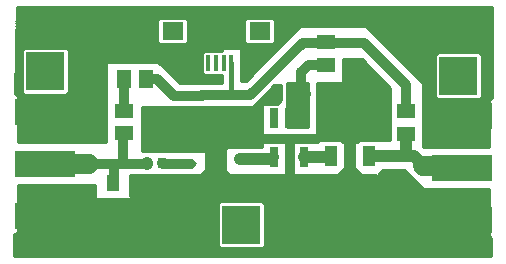
<source format=gtl>
G75*
%MOIN*%
%OFA0B0*%
%FSLAX25Y25*%
%IPPOS*%
%LPD*%
%AMOC8*
5,1,8,0,0,1.08239X$1,22.5*
%
%ADD10R,0.02756X0.03543*%
%ADD11R,0.03543X0.02756*%
%ADD12R,0.03937X0.05512*%
%ADD13R,0.02402X0.04902*%
%ADD14R,0.04094X0.07087*%
%ADD15R,0.05118X0.05906*%
%ADD16R,0.05906X0.05118*%
%ADD17R,0.07087X0.05906*%
%ADD18R,0.01575X0.05512*%
%ADD19R,0.03110X0.06614*%
%ADD20R,0.08110X0.06614*%
%ADD21R,0.03110X0.08307*%
%ADD22R,0.02362X0.03150*%
%ADD23R,0.03150X0.03543*%
%ADD24R,0.20000X0.09000*%
%ADD25C,0.01000*%
%ADD26C,0.03969*%
%ADD27C,0.06600*%
%ADD28C,0.03200*%
%ADD29C,0.04000*%
%ADD30C,0.02400*%
%ADD31C,0.01600*%
%ADD32C,0.01200*%
%ADD33R,0.12661X0.12661*%
D10*
X0082798Y0038491D03*
X0087916Y0038491D03*
X0135672Y0061522D03*
X0140790Y0061522D03*
D11*
X0101144Y0061129D03*
X0101144Y0056010D03*
D12*
X0071498Y0031837D03*
X0067758Y0023176D03*
X0075239Y0023176D03*
D13*
X0150435Y0037605D03*
X0150435Y0044810D03*
D14*
X0144018Y0040853D03*
X0156853Y0040853D03*
D15*
X0082561Y0066562D03*
X0075081Y0066562D03*
D16*
X0075160Y0055932D03*
X0075160Y0048451D03*
X0142483Y0071325D03*
X0142483Y0078806D03*
X0169057Y0055814D03*
X0169057Y0048333D03*
D17*
X0120294Y0082625D03*
X0091286Y0082625D03*
D18*
X0100672Y0071995D03*
X0103231Y0071995D03*
X0105790Y0071995D03*
X0108349Y0071995D03*
X0110908Y0071995D03*
D19*
X0125002Y0053609D03*
X0125002Y0040617D03*
X0135239Y0040617D03*
D20*
X0132876Y0053609D03*
D21*
X0130120Y0042231D03*
D22*
G36*
X0113428Y0038126D02*
X0111758Y0039796D01*
X0113984Y0042022D01*
X0115654Y0040352D01*
X0113428Y0038126D01*
G37*
G36*
X0097837Y0040352D02*
X0099507Y0038682D01*
X0097281Y0036456D01*
X0095611Y0038126D01*
X0097837Y0040352D01*
G37*
G36*
X0104519Y0029218D02*
X0102849Y0030888D01*
X0105075Y0033114D01*
X0106745Y0031444D01*
X0104519Y0029218D01*
G37*
D23*
G36*
X0104102Y0047450D02*
X0106329Y0049677D01*
X0108832Y0047174D01*
X0106605Y0044947D01*
X0104102Y0047450D01*
G37*
D24*
X0048606Y0055733D03*
X0048606Y0038333D03*
X0048606Y0020933D03*
X0187934Y0019477D03*
X0187934Y0036877D03*
X0187934Y0054277D03*
D25*
X0038287Y0015033D02*
X0038287Y0007523D01*
X0197601Y0007523D01*
X0197601Y0013577D01*
X0197495Y0013577D01*
X0196734Y0014338D01*
X0196734Y0029829D01*
X0174766Y0029829D01*
X0168467Y0036129D01*
X0161380Y0036129D01*
X0159806Y0034554D01*
X0159806Y0027467D01*
X0159018Y0026680D01*
X0065317Y0026680D01*
X0065317Y0031404D01*
X0039806Y0031404D01*
X0039806Y0015795D01*
X0039045Y0015033D01*
X0038287Y0015033D01*
X0038287Y0014195D02*
X0106306Y0014195D01*
X0106306Y0013197D02*
X0038287Y0013197D01*
X0038287Y0012198D02*
X0106306Y0012198D01*
X0106306Y0011200D02*
X0038287Y0011200D01*
X0038287Y0010201D02*
X0107170Y0010201D01*
X0107184Y0010188D02*
X0121088Y0010188D01*
X0121967Y0011066D01*
X0121967Y0024970D01*
X0121088Y0025849D01*
X0107184Y0025849D01*
X0106306Y0024970D01*
X0106306Y0011066D01*
X0107184Y0010188D01*
X0106306Y0015194D02*
X0039205Y0015194D01*
X0039806Y0016192D02*
X0106306Y0016192D01*
X0106306Y0017191D02*
X0039806Y0017191D01*
X0039806Y0018189D02*
X0106306Y0018189D01*
X0106306Y0019188D02*
X0039806Y0019188D01*
X0039806Y0020187D02*
X0106306Y0020187D01*
X0106306Y0021185D02*
X0039806Y0021185D01*
X0039806Y0022184D02*
X0106306Y0022184D01*
X0106306Y0023182D02*
X0039806Y0023182D01*
X0039806Y0024181D02*
X0106306Y0024181D01*
X0106514Y0025179D02*
X0039806Y0025179D01*
X0039806Y0026178D02*
X0196734Y0026178D01*
X0196734Y0027176D02*
X0159514Y0027176D01*
X0159018Y0027467D02*
X0077128Y0027467D01*
X0077128Y0034554D01*
X0100750Y0034554D01*
X0102325Y0036129D01*
X0102325Y0042428D01*
X0081065Y0042428D01*
X0081065Y0057388D01*
X0117286Y0057388D01*
X0117286Y0044003D01*
X0109412Y0044003D01*
X0108624Y0043215D01*
X0108624Y0036129D01*
X0110199Y0034554D01*
X0146420Y0034554D01*
X0148782Y0036916D01*
X0151931Y0036916D01*
X0154294Y0034554D01*
X0159018Y0034554D01*
X0159018Y0027467D01*
X0159018Y0028175D02*
X0077128Y0028175D01*
X0077128Y0029173D02*
X0159018Y0029173D01*
X0159806Y0029173D02*
X0196734Y0029173D01*
X0196734Y0028175D02*
X0159806Y0028175D01*
X0159806Y0030172D02*
X0174424Y0030172D01*
X0173425Y0031170D02*
X0159806Y0031170D01*
X0159018Y0031170D02*
X0077128Y0031170D01*
X0077128Y0030172D02*
X0159018Y0030172D01*
X0159018Y0032169D02*
X0077128Y0032169D01*
X0077128Y0033167D02*
X0159018Y0033167D01*
X0159806Y0033167D02*
X0171428Y0033167D01*
X0170430Y0034166D02*
X0159806Y0034166D01*
X0159018Y0034166D02*
X0077128Y0034166D01*
X0065317Y0031170D02*
X0039806Y0031170D01*
X0039806Y0030172D02*
X0065317Y0030172D01*
X0065317Y0029173D02*
X0039806Y0029173D01*
X0039806Y0028175D02*
X0065317Y0028175D01*
X0065317Y0027176D02*
X0039806Y0027176D01*
X0081065Y0043152D02*
X0108624Y0043152D01*
X0108624Y0042154D02*
X0102325Y0042154D01*
X0102325Y0041155D02*
X0108624Y0041155D01*
X0108624Y0040157D02*
X0102325Y0040157D01*
X0102325Y0039158D02*
X0108624Y0039158D01*
X0108624Y0038160D02*
X0102325Y0038160D01*
X0102325Y0037161D02*
X0108624Y0037161D01*
X0108624Y0036163D02*
X0102325Y0036163D01*
X0101361Y0035164D02*
X0109589Y0035164D01*
X0129097Y0035341D02*
X0129097Y0045577D01*
X0121223Y0045577D01*
X0121223Y0044003D01*
X0117286Y0044003D01*
X0117286Y0056601D01*
X0125160Y0064475D01*
X0127522Y0064475D01*
X0127522Y0059751D01*
X0125987Y0058216D01*
X0122909Y0058216D01*
X0122869Y0058176D01*
X0121223Y0058176D01*
X0121223Y0047940D01*
X0139333Y0047940D01*
X0139333Y0058963D01*
X0147994Y0058963D01*
X0147994Y0046365D01*
X0140120Y0046365D01*
X0139333Y0045577D01*
X0131459Y0045577D01*
X0131459Y0035341D01*
X0129097Y0035341D01*
X0129097Y0036163D02*
X0131459Y0036163D01*
X0131459Y0037161D02*
X0129097Y0037161D01*
X0129097Y0038160D02*
X0131459Y0038160D01*
X0131459Y0039158D02*
X0129097Y0039158D01*
X0129097Y0040157D02*
X0131459Y0040157D01*
X0131459Y0041155D02*
X0129097Y0041155D01*
X0129097Y0042154D02*
X0131459Y0042154D01*
X0131459Y0043152D02*
X0129097Y0043152D01*
X0129097Y0044151D02*
X0131459Y0044151D01*
X0131459Y0045149D02*
X0129097Y0045149D01*
X0121223Y0045149D02*
X0117286Y0045149D01*
X0081065Y0045149D01*
X0081065Y0044151D02*
X0117286Y0044151D01*
X0121223Y0044151D01*
X0117286Y0046148D02*
X0081065Y0046148D01*
X0081065Y0047146D02*
X0117286Y0047146D01*
X0147994Y0047146D01*
X0147994Y0048145D02*
X0139333Y0048145D01*
X0139333Y0049143D02*
X0147994Y0049143D01*
X0145427Y0048145D02*
X0163743Y0048145D01*
X0163743Y0049143D02*
X0144429Y0049143D01*
X0143430Y0050142D02*
X0163743Y0050142D01*
X0163743Y0051140D02*
X0142432Y0051140D01*
X0141433Y0052139D02*
X0163743Y0052139D01*
X0163743Y0053137D02*
X0140435Y0053137D01*
X0139333Y0053137D02*
X0147994Y0053137D01*
X0147994Y0052139D02*
X0139333Y0052139D01*
X0139333Y0051140D02*
X0147994Y0051140D01*
X0147994Y0050142D02*
X0139333Y0050142D01*
X0136577Y0050696D02*
X0136577Y0065262D01*
X0129522Y0065262D01*
X0129522Y0058922D01*
X0129491Y0058891D01*
X0129491Y0050696D01*
X0136577Y0050696D01*
X0136577Y0051140D02*
X0129491Y0051140D01*
X0129491Y0052139D02*
X0136577Y0052139D01*
X0136577Y0053137D02*
X0129491Y0053137D01*
X0129491Y0054136D02*
X0136577Y0054136D01*
X0136577Y0055134D02*
X0129491Y0055134D01*
X0129491Y0056133D02*
X0136577Y0056133D01*
X0136577Y0057131D02*
X0129491Y0057131D01*
X0129491Y0058130D02*
X0136577Y0058130D01*
X0136577Y0059128D02*
X0129522Y0059128D01*
X0129522Y0060127D02*
X0136577Y0060127D01*
X0136577Y0061125D02*
X0129522Y0061125D01*
X0129522Y0062124D02*
X0136577Y0062124D01*
X0136577Y0063122D02*
X0129522Y0063122D01*
X0127522Y0063122D02*
X0123807Y0063122D01*
X0122809Y0062124D02*
X0127522Y0062124D01*
X0127522Y0061125D02*
X0121810Y0061125D01*
X0120812Y0060127D02*
X0127522Y0060127D01*
X0126900Y0059128D02*
X0119813Y0059128D01*
X0118815Y0058130D02*
X0121223Y0058130D01*
X0121223Y0057131D02*
X0117816Y0057131D01*
X0117286Y0057131D02*
X0081065Y0057131D01*
X0081065Y0056133D02*
X0117286Y0056133D01*
X0121223Y0056133D01*
X0121223Y0055134D02*
X0117286Y0055134D01*
X0081065Y0055134D01*
X0081065Y0054136D02*
X0117286Y0054136D01*
X0121223Y0054136D01*
X0121223Y0053137D02*
X0117286Y0053137D01*
X0081065Y0053137D01*
X0081065Y0052139D02*
X0117286Y0052139D01*
X0121223Y0052139D01*
X0121223Y0051140D02*
X0117286Y0051140D01*
X0081065Y0051140D01*
X0081065Y0050142D02*
X0117286Y0050142D01*
X0121223Y0050142D01*
X0121223Y0049143D02*
X0117286Y0049143D01*
X0081065Y0049143D01*
X0081065Y0048145D02*
X0117286Y0048145D01*
X0121223Y0048145D01*
X0117286Y0046148D02*
X0139903Y0046148D01*
X0146426Y0047146D02*
X0163743Y0047146D01*
X0163743Y0046365D02*
X0153506Y0046365D01*
X0152719Y0045577D01*
X0147994Y0045577D01*
X0139333Y0054239D01*
X0139333Y0065262D01*
X0147994Y0065262D01*
X0147994Y0073136D01*
X0154294Y0073136D01*
X0163743Y0063688D01*
X0163743Y0046365D01*
X0174766Y0046148D02*
X0196734Y0046148D01*
X0196734Y0047146D02*
X0174766Y0047146D01*
X0174766Y0048145D02*
X0196734Y0048145D01*
X0196734Y0049143D02*
X0174766Y0049143D01*
X0174766Y0050142D02*
X0196734Y0050142D01*
X0196734Y0051140D02*
X0174766Y0051140D01*
X0174766Y0052139D02*
X0196734Y0052139D01*
X0196734Y0053137D02*
X0174766Y0053137D01*
X0174766Y0054136D02*
X0196734Y0054136D01*
X0196734Y0055134D02*
X0174766Y0055134D01*
X0174766Y0056133D02*
X0196734Y0056133D01*
X0196734Y0057131D02*
X0174766Y0057131D01*
X0174766Y0058130D02*
X0196734Y0058130D01*
X0196734Y0059128D02*
X0174766Y0059128D01*
X0174766Y0060127D02*
X0179292Y0060127D01*
X0179625Y0059794D02*
X0193529Y0059794D01*
X0194408Y0060673D01*
X0194408Y0074577D01*
X0193529Y0075455D01*
X0179625Y0075455D01*
X0178746Y0074577D01*
X0178746Y0060673D01*
X0179625Y0059794D01*
X0178746Y0061125D02*
X0174766Y0061125D01*
X0174766Y0062124D02*
X0178746Y0062124D01*
X0178746Y0063122D02*
X0174766Y0063122D01*
X0174766Y0064121D02*
X0178746Y0064121D01*
X0178746Y0065120D02*
X0174766Y0065120D01*
X0174766Y0065262D02*
X0155869Y0084160D01*
X0133821Y0084160D01*
X0115711Y0066050D01*
X0114136Y0066050D01*
X0114136Y0077073D01*
X0107837Y0077073D01*
X0107837Y0076051D01*
X0101905Y0076051D01*
X0101143Y0075289D01*
X0101143Y0068700D01*
X0101905Y0067939D01*
X0107837Y0067939D01*
X0107837Y0065262D01*
X0093664Y0065262D01*
X0086577Y0072349D01*
X0069254Y0072349D01*
X0069254Y0045577D01*
X0039806Y0045577D01*
X0039806Y0060872D01*
X0039045Y0061633D01*
X0038827Y0061633D01*
X0039333Y0090459D01*
X0197860Y0090459D01*
X0197860Y0060177D01*
X0197495Y0060177D01*
X0196734Y0059415D01*
X0196734Y0044003D01*
X0174766Y0044003D01*
X0174766Y0065262D01*
X0173911Y0066118D02*
X0178746Y0066118D01*
X0178746Y0067117D02*
X0172912Y0067117D01*
X0171914Y0068115D02*
X0178746Y0068115D01*
X0178746Y0069114D02*
X0170915Y0069114D01*
X0169917Y0070112D02*
X0178746Y0070112D01*
X0178746Y0071111D02*
X0168918Y0071111D01*
X0167920Y0072109D02*
X0178746Y0072109D01*
X0178746Y0073108D02*
X0166921Y0073108D01*
X0165922Y0074106D02*
X0178746Y0074106D01*
X0179274Y0075105D02*
X0164924Y0075105D01*
X0163925Y0076103D02*
X0197860Y0076103D01*
X0197860Y0075105D02*
X0193880Y0075105D01*
X0194408Y0074106D02*
X0197860Y0074106D01*
X0197860Y0073108D02*
X0194408Y0073108D01*
X0194408Y0072109D02*
X0197860Y0072109D01*
X0197860Y0071111D02*
X0194408Y0071111D01*
X0194408Y0070112D02*
X0197860Y0070112D01*
X0197860Y0069114D02*
X0194408Y0069114D01*
X0194408Y0068115D02*
X0197860Y0068115D01*
X0197860Y0067117D02*
X0194408Y0067117D01*
X0194408Y0066118D02*
X0197860Y0066118D01*
X0197860Y0065120D02*
X0194408Y0065120D01*
X0194408Y0064121D02*
X0197860Y0064121D01*
X0197860Y0063122D02*
X0194408Y0063122D01*
X0194408Y0062124D02*
X0197860Y0062124D01*
X0197860Y0061125D02*
X0194408Y0061125D01*
X0193862Y0060127D02*
X0197446Y0060127D01*
X0163743Y0060127D02*
X0139333Y0060127D01*
X0139333Y0061125D02*
X0163743Y0061125D01*
X0163743Y0062124D02*
X0139333Y0062124D01*
X0139333Y0063122D02*
X0163743Y0063122D01*
X0163309Y0064121D02*
X0139333Y0064121D01*
X0139333Y0065120D02*
X0162311Y0065120D01*
X0161312Y0066118D02*
X0147994Y0066118D01*
X0147994Y0067117D02*
X0160314Y0067117D01*
X0159315Y0068115D02*
X0147994Y0068115D01*
X0147994Y0069114D02*
X0158317Y0069114D01*
X0157318Y0070112D02*
X0147994Y0070112D01*
X0147994Y0071111D02*
X0156320Y0071111D01*
X0155321Y0072109D02*
X0147994Y0072109D01*
X0147994Y0073108D02*
X0154323Y0073108D01*
X0162927Y0077102D02*
X0197860Y0077102D01*
X0197860Y0078100D02*
X0161928Y0078100D01*
X0160930Y0079099D02*
X0197860Y0079099D01*
X0197860Y0080097D02*
X0159931Y0080097D01*
X0158933Y0081096D02*
X0197860Y0081096D01*
X0197860Y0082094D02*
X0157934Y0082094D01*
X0156936Y0083093D02*
X0197860Y0083093D01*
X0197860Y0084091D02*
X0155937Y0084091D01*
X0133752Y0084091D02*
X0125337Y0084091D01*
X0125337Y0083093D02*
X0132754Y0083093D01*
X0131755Y0082094D02*
X0125337Y0082094D01*
X0125337Y0081096D02*
X0130757Y0081096D01*
X0129758Y0080097D02*
X0125337Y0080097D01*
X0125337Y0079099D02*
X0128760Y0079099D01*
X0127761Y0078100D02*
X0039116Y0078100D01*
X0039099Y0077102D02*
X0126763Y0077102D01*
X0125337Y0079051D02*
X0124458Y0078172D01*
X0116129Y0078172D01*
X0115250Y0079051D01*
X0115250Y0086199D01*
X0116129Y0087077D01*
X0124458Y0087077D01*
X0125337Y0086199D01*
X0125337Y0079051D01*
X0125764Y0076103D02*
X0114136Y0076103D01*
X0114136Y0075105D02*
X0124766Y0075105D01*
X0123767Y0074106D02*
X0114136Y0074106D01*
X0114136Y0073108D02*
X0122769Y0073108D01*
X0121770Y0072109D02*
X0114136Y0072109D01*
X0114136Y0071111D02*
X0120772Y0071111D01*
X0119773Y0070112D02*
X0114136Y0070112D01*
X0114136Y0069114D02*
X0118775Y0069114D01*
X0117776Y0068115D02*
X0114136Y0068115D01*
X0114136Y0067117D02*
X0116778Y0067117D01*
X0115779Y0066118D02*
X0114136Y0066118D01*
X0107837Y0066118D02*
X0092808Y0066118D01*
X0091810Y0067117D02*
X0107837Y0067117D01*
X0101729Y0068115D02*
X0090811Y0068115D01*
X0089813Y0069114D02*
X0101143Y0069114D01*
X0101143Y0070112D02*
X0088814Y0070112D01*
X0087816Y0071111D02*
X0101143Y0071111D01*
X0101143Y0072109D02*
X0086817Y0072109D01*
X0101143Y0073108D02*
X0056613Y0073108D01*
X0056613Y0074106D02*
X0101143Y0074106D01*
X0101143Y0075105D02*
X0056613Y0075105D01*
X0056613Y0076103D02*
X0107837Y0076103D01*
X0115250Y0079099D02*
X0096329Y0079099D01*
X0096329Y0079051D02*
X0096329Y0086199D01*
X0095450Y0087077D01*
X0087121Y0087077D01*
X0086243Y0086199D01*
X0086243Y0079051D01*
X0087121Y0078172D01*
X0095450Y0078172D01*
X0096329Y0079051D01*
X0096329Y0080097D02*
X0115250Y0080097D01*
X0115250Y0081096D02*
X0096329Y0081096D01*
X0096329Y0082094D02*
X0115250Y0082094D01*
X0115250Y0083093D02*
X0096329Y0083093D01*
X0096329Y0084091D02*
X0115250Y0084091D01*
X0115250Y0085090D02*
X0096329Y0085090D01*
X0096329Y0086088D02*
X0115250Y0086088D01*
X0125337Y0086088D02*
X0197860Y0086088D01*
X0197860Y0085090D02*
X0125337Y0085090D01*
X0086243Y0085090D02*
X0039239Y0085090D01*
X0039256Y0086088D02*
X0086243Y0086088D01*
X0086243Y0084091D02*
X0039221Y0084091D01*
X0039204Y0083093D02*
X0086243Y0083093D01*
X0086243Y0082094D02*
X0039186Y0082094D01*
X0039169Y0081096D02*
X0086243Y0081096D01*
X0086243Y0080097D02*
X0039151Y0080097D01*
X0039134Y0079099D02*
X0086243Y0079099D01*
X0069254Y0072109D02*
X0056613Y0072109D01*
X0056613Y0071111D02*
X0069254Y0071111D01*
X0069254Y0070112D02*
X0056613Y0070112D01*
X0056613Y0069114D02*
X0069254Y0069114D01*
X0069254Y0068115D02*
X0056613Y0068115D01*
X0056613Y0067117D02*
X0069254Y0067117D01*
X0069254Y0066118D02*
X0056613Y0066118D01*
X0056613Y0065120D02*
X0069254Y0065120D01*
X0069254Y0064121D02*
X0056613Y0064121D01*
X0056613Y0063122D02*
X0069254Y0063122D01*
X0069254Y0062124D02*
X0056489Y0062124D01*
X0056613Y0062247D02*
X0055734Y0061369D01*
X0041830Y0061369D01*
X0040951Y0062247D01*
X0040951Y0076152D01*
X0041830Y0077030D01*
X0055734Y0077030D01*
X0056613Y0076152D01*
X0056613Y0062247D01*
X0069254Y0061125D02*
X0039553Y0061125D01*
X0039806Y0060127D02*
X0069254Y0060127D01*
X0069254Y0059128D02*
X0039806Y0059128D01*
X0039806Y0058130D02*
X0069254Y0058130D01*
X0069254Y0057131D02*
X0039806Y0057131D01*
X0039806Y0056133D02*
X0069254Y0056133D01*
X0069254Y0055134D02*
X0039806Y0055134D01*
X0039806Y0054136D02*
X0069254Y0054136D01*
X0069254Y0053137D02*
X0039806Y0053137D01*
X0039806Y0052139D02*
X0069254Y0052139D01*
X0069254Y0051140D02*
X0039806Y0051140D01*
X0039806Y0050142D02*
X0069254Y0050142D01*
X0069254Y0049143D02*
X0039806Y0049143D01*
X0039806Y0048145D02*
X0069254Y0048145D01*
X0069254Y0047146D02*
X0039806Y0047146D01*
X0039806Y0046148D02*
X0069254Y0046148D01*
X0041075Y0062124D02*
X0038836Y0062124D01*
X0038853Y0063122D02*
X0040951Y0063122D01*
X0040951Y0064121D02*
X0038871Y0064121D01*
X0038889Y0065120D02*
X0040951Y0065120D01*
X0040951Y0066118D02*
X0038906Y0066118D01*
X0038924Y0067117D02*
X0040951Y0067117D01*
X0040951Y0068115D02*
X0038941Y0068115D01*
X0038959Y0069114D02*
X0040951Y0069114D01*
X0040951Y0070112D02*
X0038976Y0070112D01*
X0038994Y0071111D02*
X0040951Y0071111D01*
X0040951Y0072109D02*
X0039011Y0072109D01*
X0039029Y0073108D02*
X0040951Y0073108D01*
X0040951Y0074106D02*
X0039046Y0074106D01*
X0039064Y0075105D02*
X0040951Y0075105D01*
X0040951Y0076103D02*
X0039081Y0076103D01*
X0039274Y0087087D02*
X0197860Y0087087D01*
X0197860Y0088085D02*
X0039291Y0088085D01*
X0039309Y0089084D02*
X0197860Y0089084D01*
X0197860Y0090082D02*
X0039326Y0090082D01*
X0124806Y0064121D02*
X0127522Y0064121D01*
X0129522Y0064121D02*
X0136577Y0064121D01*
X0136577Y0065120D02*
X0129522Y0065120D01*
X0139333Y0059128D02*
X0163743Y0059128D01*
X0163743Y0058130D02*
X0139333Y0058130D01*
X0147994Y0058130D01*
X0147994Y0057131D02*
X0139333Y0057131D01*
X0163743Y0057131D01*
X0163743Y0056133D02*
X0139333Y0056133D01*
X0147994Y0056133D01*
X0147994Y0055134D02*
X0139333Y0055134D01*
X0163743Y0055134D01*
X0163743Y0054136D02*
X0139436Y0054136D01*
X0139333Y0054136D02*
X0147994Y0054136D01*
X0147424Y0046148D02*
X0153289Y0046148D01*
X0151931Y0045577D02*
X0148782Y0045577D01*
X0148782Y0036916D01*
X0151931Y0036916D01*
X0151931Y0045577D01*
X0151931Y0045149D02*
X0148782Y0045149D01*
X0148782Y0044151D02*
X0151931Y0044151D01*
X0151931Y0043152D02*
X0148782Y0043152D01*
X0148782Y0042154D02*
X0151931Y0042154D01*
X0151931Y0041155D02*
X0148782Y0041155D01*
X0148782Y0040157D02*
X0151931Y0040157D01*
X0151931Y0039158D02*
X0148782Y0039158D01*
X0148782Y0038160D02*
X0151931Y0038160D01*
X0151931Y0037161D02*
X0148782Y0037161D01*
X0148029Y0036163D02*
X0152685Y0036163D01*
X0153683Y0035164D02*
X0147030Y0035164D01*
X0159806Y0032169D02*
X0172427Y0032169D01*
X0169431Y0035164D02*
X0160416Y0035164D01*
X0174766Y0044151D02*
X0196734Y0044151D01*
X0196734Y0045149D02*
X0174766Y0045149D01*
X0196734Y0025179D02*
X0121758Y0025179D01*
X0121967Y0024181D02*
X0196734Y0024181D01*
X0196734Y0023182D02*
X0121967Y0023182D01*
X0121967Y0022184D02*
X0196734Y0022184D01*
X0196734Y0021185D02*
X0121967Y0021185D01*
X0121967Y0020187D02*
X0196734Y0020187D01*
X0196734Y0019188D02*
X0121967Y0019188D01*
X0121967Y0018189D02*
X0196734Y0018189D01*
X0196734Y0017191D02*
X0121967Y0017191D01*
X0121967Y0016192D02*
X0196734Y0016192D01*
X0196734Y0015194D02*
X0121967Y0015194D01*
X0121967Y0014195D02*
X0196877Y0014195D01*
X0197601Y0013197D02*
X0121967Y0013197D01*
X0121967Y0012198D02*
X0197601Y0012198D01*
X0197601Y0011200D02*
X0121967Y0011200D01*
X0121102Y0010201D02*
X0197601Y0010201D01*
X0197601Y0009203D02*
X0038287Y0009203D01*
X0038287Y0008204D02*
X0197601Y0008204D01*
D26*
X0192876Y0010932D03*
X0185002Y0010932D03*
X0177128Y0010932D03*
X0169254Y0010932D03*
X0161380Y0010932D03*
X0153506Y0010932D03*
X0145632Y0010932D03*
X0137758Y0010932D03*
X0129884Y0010932D03*
X0098388Y0011719D03*
X0090514Y0011719D03*
X0082640Y0011719D03*
X0074766Y0011719D03*
X0066892Y0011719D03*
X0059018Y0011719D03*
X0051144Y0011719D03*
X0043270Y0011719D03*
X0043270Y0029042D03*
X0051144Y0029042D03*
X0059018Y0029042D03*
X0081853Y0030617D03*
X0090514Y0030617D03*
X0098388Y0030617D03*
X0114136Y0030617D03*
X0122010Y0030617D03*
X0129884Y0030617D03*
X0137758Y0030617D03*
X0145632Y0030617D03*
X0153506Y0030617D03*
X0161380Y0030617D03*
X0169254Y0029042D03*
X0177128Y0027467D03*
X0185002Y0027467D03*
X0192876Y0027467D03*
X0192876Y0046365D03*
X0185002Y0046365D03*
X0177128Y0046365D03*
X0160593Y0050302D03*
X0153506Y0050302D03*
X0145632Y0050302D03*
X0145632Y0058176D03*
X0153506Y0058176D03*
X0160593Y0058176D03*
X0157443Y0064475D03*
X0151931Y0069199D03*
X0167680Y0077073D03*
X0162168Y0082585D03*
X0167680Y0087310D03*
X0175554Y0087310D03*
X0183428Y0087310D03*
X0191302Y0087310D03*
X0191302Y0080223D03*
X0173191Y0071562D03*
X0153506Y0087310D03*
X0145632Y0087310D03*
X0137758Y0087310D03*
X0129884Y0087310D03*
X0082640Y0087310D03*
X0074766Y0087310D03*
X0066892Y0087310D03*
X0059018Y0087310D03*
X0051144Y0087310D03*
X0043270Y0087310D03*
X0043270Y0079436D03*
X0066105Y0071562D03*
X0072404Y0076286D03*
X0080278Y0076286D03*
X0066105Y0063688D03*
X0066105Y0055814D03*
X0085002Y0053451D03*
X0093664Y0053451D03*
X0110199Y0054239D03*
X0118073Y0054239D03*
X0124963Y0060538D03*
X0114136Y0047152D03*
X0105475Y0039278D03*
X0093664Y0045577D03*
X0085002Y0045577D03*
X0066105Y0047940D03*
X0059018Y0047940D03*
X0051144Y0047940D03*
X0043270Y0047940D03*
X0098388Y0021168D03*
D27*
X0063546Y0038333D02*
X0048606Y0038333D01*
X0174766Y0037703D02*
X0187107Y0037703D01*
D28*
X0144018Y0040853D02*
X0143782Y0040617D01*
X0125002Y0040617D02*
X0124460Y0040074D01*
X0097559Y0038404D02*
X0088003Y0038404D01*
X0087916Y0038491D01*
X0082798Y0038333D02*
X0074766Y0038333D01*
X0074766Y0048451D01*
X0075160Y0048451D01*
X0075160Y0055932D02*
X0075160Y0066483D01*
X0075081Y0066562D01*
X0082561Y0066562D02*
X0086065Y0066562D01*
X0091695Y0060932D01*
X0100947Y0060932D01*
X0101144Y0061129D01*
X0110593Y0061129D01*
X0117089Y0061129D01*
X0134609Y0078648D01*
X0142325Y0078648D01*
X0142483Y0078806D01*
X0142640Y0078648D01*
X0155081Y0078648D01*
X0169057Y0064672D01*
X0169057Y0055814D01*
X0135672Y0061522D02*
X0134215Y0062979D01*
X0134215Y0068806D01*
X0136735Y0071325D01*
X0142483Y0071325D01*
X0074766Y0038333D02*
X0071617Y0038333D01*
X0071617Y0032743D01*
X0071420Y0032743D01*
X0071617Y0038333D02*
X0063546Y0038333D01*
D29*
X0082798Y0038333D02*
X0082798Y0038491D01*
X0113706Y0040074D02*
X0124460Y0040074D01*
X0135239Y0040617D02*
X0143782Y0040617D01*
X0156853Y0040853D02*
X0169057Y0040853D01*
X0169057Y0048333D01*
X0169057Y0040853D02*
X0171617Y0040853D01*
X0174766Y0037703D01*
X0187107Y0037703D02*
X0187934Y0036877D01*
D30*
X0071498Y0031837D02*
X0071420Y0032743D01*
D31*
X0110908Y0061444D02*
X0110908Y0071995D01*
D32*
X0110908Y0061444D02*
X0110593Y0061129D01*
D33*
X0048782Y0069199D03*
X0114136Y0018018D03*
X0186577Y0067625D03*
M02*

</source>
